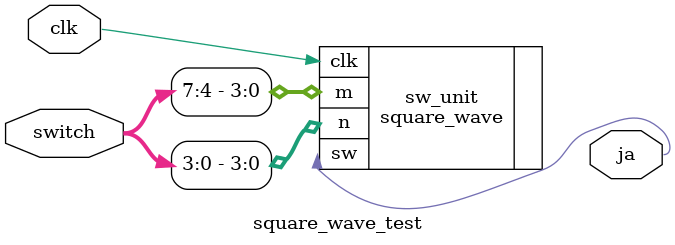
<source format=v>
`timescale 1ns / 1ps
module square_wave_test(
    input wire clk,
    input wire [7:0] switch,
	 output wire ja //square wave output pin
    );

   square_wave sw_unit
      (.clk(clk), .m(switch[7:4]), .n(switch[3:0]), .sw(ja));

  

endmodule

</source>
